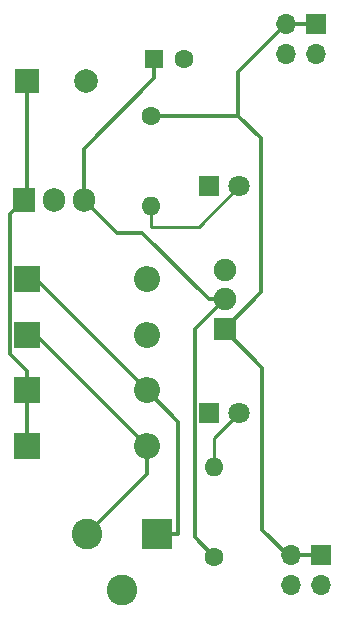
<source format=gbr>
%TF.GenerationSoftware,KiCad,Pcbnew,(5.1.10)-1*%
%TF.CreationDate,2021-12-27T15:37:09-03:00*%
%TF.ProjectId,pwr_supply,7077725f-7375-4707-906c-792e6b696361,rev?*%
%TF.SameCoordinates,Original*%
%TF.FileFunction,Copper,L1,Top*%
%TF.FilePolarity,Positive*%
%FSLAX46Y46*%
G04 Gerber Fmt 4.6, Leading zero omitted, Abs format (unit mm)*
G04 Created by KiCad (PCBNEW (5.1.10)-1) date 2021-12-27 15:37:09*
%MOMM*%
%LPD*%
G01*
G04 APERTURE LIST*
%TA.AperFunction,ComponentPad*%
%ADD10C,2.000000*%
%TD*%
%TA.AperFunction,ComponentPad*%
%ADD11R,2.000000X2.000000*%
%TD*%
%TA.AperFunction,ComponentPad*%
%ADD12C,1.600000*%
%TD*%
%TA.AperFunction,ComponentPad*%
%ADD13R,1.600000X1.600000*%
%TD*%
%TA.AperFunction,ComponentPad*%
%ADD14O,2.200000X2.200000*%
%TD*%
%TA.AperFunction,ComponentPad*%
%ADD15R,2.200000X2.200000*%
%TD*%
%TA.AperFunction,ComponentPad*%
%ADD16C,1.800000*%
%TD*%
%TA.AperFunction,ComponentPad*%
%ADD17R,1.800000X1.800000*%
%TD*%
%TA.AperFunction,ComponentPad*%
%ADD18C,2.600000*%
%TD*%
%TA.AperFunction,ComponentPad*%
%ADD19R,2.600000X2.600000*%
%TD*%
%TA.AperFunction,ComponentPad*%
%ADD20O,1.700000X1.700000*%
%TD*%
%TA.AperFunction,ComponentPad*%
%ADD21R,1.700000X1.700000*%
%TD*%
%TA.AperFunction,ComponentPad*%
%ADD22O,1.600000X1.600000*%
%TD*%
%TA.AperFunction,ComponentPad*%
%ADD23C,1.900000*%
%TD*%
%TA.AperFunction,ComponentPad*%
%ADD24R,1.900000X1.900000*%
%TD*%
%TA.AperFunction,ComponentPad*%
%ADD25O,1.905000X2.000000*%
%TD*%
%TA.AperFunction,ComponentPad*%
%ADD26R,1.905000X2.000000*%
%TD*%
%TA.AperFunction,Conductor*%
%ADD27C,0.300000*%
%TD*%
%TA.AperFunction,Conductor*%
%ADD28C,0.250000*%
%TD*%
G04 APERTURE END LIST*
D10*
%TO.P,C1,2*%
%TO.N,/GND*%
X131365000Y-70485000D03*
D11*
%TO.P,C1,1*%
%TO.N,/Vin*%
X126365000Y-70485000D03*
%TD*%
D12*
%TO.P,C2,2*%
%TO.N,/GND*%
X139660000Y-68580000D03*
D13*
%TO.P,C2,1*%
%TO.N,/Vout1*%
X137160000Y-68580000D03*
%TD*%
D14*
%TO.P,D1,2*%
%TO.N,Net-(D1-Pad2)*%
X136525000Y-96647000D03*
D15*
%TO.P,D1,1*%
%TO.N,/Vin*%
X126365000Y-96647000D03*
%TD*%
D14*
%TO.P,D2,2*%
%TO.N,/GND*%
X136525000Y-87249000D03*
D15*
%TO.P,D2,1*%
%TO.N,Net-(D1-Pad2)*%
X126365000Y-87249000D03*
%TD*%
%TO.P,D3,1*%
%TO.N,/Vin*%
X126365000Y-101346000D03*
D14*
%TO.P,D3,2*%
%TO.N,Net-(D3-Pad2)*%
X136525000Y-101346000D03*
%TD*%
D15*
%TO.P,D4,1*%
%TO.N,Net-(D3-Pad2)*%
X126365000Y-91948000D03*
D14*
%TO.P,D4,2*%
%TO.N,/GND*%
X136525000Y-91948000D03*
%TD*%
D16*
%TO.P,D5,2*%
%TO.N,Net-(D5-Pad2)*%
X144358000Y-98552000D03*
D17*
%TO.P,D5,1*%
%TO.N,/GND*%
X141818000Y-98552000D03*
%TD*%
%TO.P,D6,1*%
%TO.N,/GND*%
X141818000Y-79375000D03*
D16*
%TO.P,D6,2*%
%TO.N,Net-(D6-Pad2)*%
X144358000Y-79375000D03*
%TD*%
D18*
%TO.P,J1,3*%
%TO.N,Net-(J1-Pad3)*%
X134414000Y-113539000D03*
%TO.P,J1,2*%
%TO.N,Net-(D3-Pad2)*%
X131414000Y-108839000D03*
D19*
%TO.P,J1,1*%
%TO.N,Net-(D1-Pad2)*%
X137414000Y-108839000D03*
%TD*%
D20*
%TO.P,J2,4*%
%TO.N,/GND*%
X148336000Y-68199000D03*
%TO.P,J2,3*%
X150876000Y-68199000D03*
%TO.P,J2,2*%
%TO.N,/Vout2*%
X148336000Y-65659000D03*
D21*
%TO.P,J2,1*%
X150876000Y-65659000D03*
%TD*%
%TO.P,J3,1*%
%TO.N,/Vout2*%
X151257000Y-110617000D03*
D20*
%TO.P,J3,2*%
X148717000Y-110617000D03*
%TO.P,J3,3*%
%TO.N,/GND*%
X151257000Y-113157000D03*
%TO.P,J3,4*%
X148717000Y-113157000D03*
%TD*%
D22*
%TO.P,R1,2*%
%TO.N,Net-(D5-Pad2)*%
X142240000Y-103124000D03*
D12*
%TO.P,R1,1*%
%TO.N,/Vout1*%
X142240000Y-110744000D03*
%TD*%
%TO.P,R2,1*%
%TO.N,/Vout2*%
X136906000Y-73406000D03*
D22*
%TO.P,R2,2*%
%TO.N,Net-(D6-Pad2)*%
X136906000Y-81026000D03*
%TD*%
D23*
%TO.P,SW1,3*%
%TO.N,Net-(SW1-Pad3)*%
X143093000Y-86440000D03*
%TO.P,SW1,2*%
%TO.N,/Vout1*%
X143093000Y-88940000D03*
D24*
%TO.P,SW1,1*%
%TO.N,/Vout2*%
X143093000Y-91440000D03*
%TD*%
D25*
%TO.P,U1,3*%
%TO.N,/Vout1*%
X131191000Y-80518000D03*
%TO.P,U1,2*%
%TO.N,/GND*%
X128651000Y-80518000D03*
D26*
%TO.P,U1,1*%
%TO.N,/Vin*%
X126111000Y-80518000D03*
%TD*%
D27*
%TO.N,/Vin*%
X126365000Y-80264000D02*
X126111000Y-80518000D01*
X126365000Y-70485000D02*
X126365000Y-80264000D01*
X124914999Y-93545999D02*
X126365000Y-94996000D01*
X124914999Y-81714001D02*
X124914999Y-93545999D01*
X126111000Y-80518000D02*
X124914999Y-81714001D01*
X126365000Y-96647000D02*
X126365000Y-94996000D01*
X126365000Y-101346000D02*
X126365000Y-96647000D01*
%TO.N,/Vout1*%
X137160000Y-68580000D02*
X137160000Y-70231000D01*
X131191000Y-76200000D02*
X131191000Y-80518000D01*
X137160000Y-70231000D02*
X131191000Y-76200000D01*
X140567999Y-91465001D02*
X143093000Y-88940000D01*
X140567999Y-109071999D02*
X140567999Y-91465001D01*
X142240000Y-110744000D02*
X140567999Y-109071999D01*
X141733826Y-88940000D02*
X143093000Y-88940000D01*
X136138818Y-83344992D02*
X141733826Y-88940000D01*
X134017992Y-83344992D02*
X136138818Y-83344992D01*
X131191000Y-80518000D02*
X134017992Y-83344992D01*
%TO.N,Net-(D1-Pad2)*%
X127127000Y-87249000D02*
X136525000Y-96647000D01*
X126365000Y-87249000D02*
X127127000Y-87249000D01*
X137414000Y-108839000D02*
X139192000Y-108839000D01*
X139192000Y-99314000D02*
X136525000Y-96647000D01*
X139192000Y-108839000D02*
X139192000Y-99314000D01*
%TO.N,Net-(D3-Pad2)*%
X127127000Y-91948000D02*
X136525000Y-101346000D01*
X126365000Y-91948000D02*
X127127000Y-91948000D01*
X136525000Y-103728000D02*
X131414000Y-108839000D01*
X136525000Y-101346000D02*
X136525000Y-103728000D01*
D28*
%TO.N,Net-(D5-Pad2)*%
X142240000Y-100670000D02*
X144358000Y-98552000D01*
X142240000Y-103124000D02*
X142240000Y-100670000D01*
%TO.N,Net-(D6-Pad2)*%
X136906000Y-81026000D02*
X136906000Y-82804000D01*
X140929000Y-82804000D02*
X144358000Y-79375000D01*
X136906000Y-82804000D02*
X140929000Y-82804000D01*
D27*
%TO.N,/Vout2*%
X151257000Y-110617000D02*
X148717000Y-110617000D01*
X136906000Y-73406000D02*
X140906500Y-73406000D01*
X146177000Y-88356000D02*
X143093000Y-91440000D01*
X146177000Y-75311000D02*
X146177000Y-88356000D01*
X144272000Y-73406000D02*
X146177000Y-75311000D01*
X140906500Y-73406000D02*
X144272000Y-73406000D01*
X150876000Y-65659000D02*
X148336000Y-65659000D01*
X144272000Y-69723000D02*
X144272000Y-73406000D01*
X148336000Y-65659000D02*
X144272000Y-69723000D01*
X148463000Y-110617000D02*
X151257000Y-110617000D01*
X146304000Y-108458000D02*
X148463000Y-110617000D01*
X146304000Y-94742000D02*
X146304000Y-108458000D01*
X143093000Y-91531000D02*
X146304000Y-94742000D01*
X143093000Y-91440000D02*
X143093000Y-91531000D01*
%TD*%
M02*

</source>
